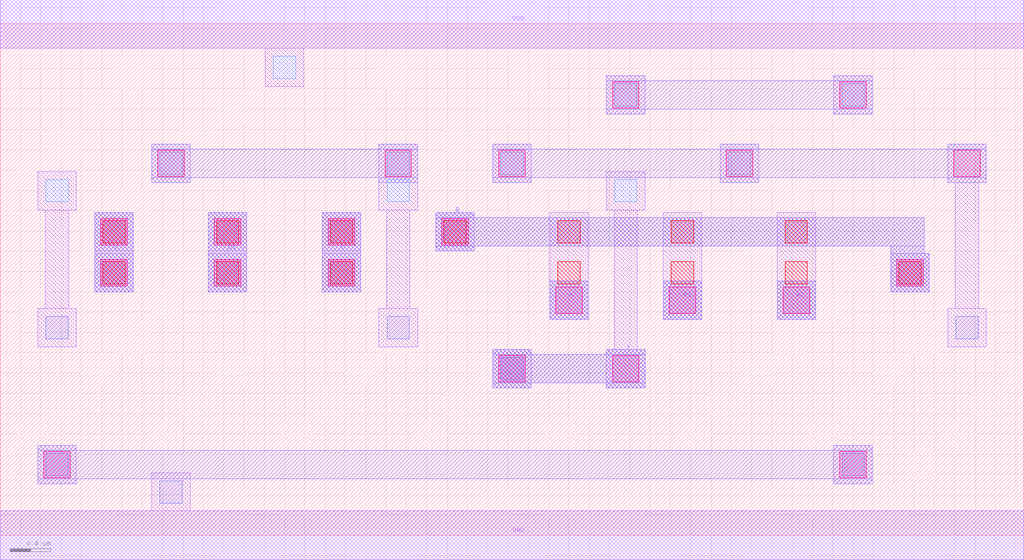
<source format=lef>
MACRO AOAAOI3112
 CLASS CORE ;
 FOREIGN AOAAOI3112 0 0 ;
 SIZE 10.08 BY 5.04 ;
 ORIGIN 0 0 ;
 SYMMETRY X Y R90 ;
 SITE unit ;
  PIN VDD
   DIRECTION INOUT ;
   USE POWER ;
   SHAPE ABUTMENT ;
    PORT
     CLASS CORE ;
       LAYER met1 ;
        RECT 0.00000000 4.80000000 10.08000000 5.28000000 ;
    END
  END VDD

  PIN GND
   DIRECTION INOUT ;
   USE POWER ;
   SHAPE ABUTMENT ;
    PORT
     CLASS CORE ;
       LAYER met1 ;
        RECT 0.00000000 -0.24000000 10.08000000 0.24000000 ;
    END
  END GND

  PIN Y
   DIRECTION INOUT ;
   USE SIGNAL ;
   SHAPE ABUTMENT ;
    PORT
     CLASS CORE ;
       LAYER met2 ;
        RECT 4.85000000 1.45200000 5.23000000 1.50200000 ;
        RECT 5.97000000 1.45200000 6.35000000 1.50200000 ;
        RECT 4.85000000 1.50200000 6.35000000 1.78200000 ;
        RECT 4.85000000 1.78200000 5.23000000 1.83200000 ;
        RECT 5.97000000 1.78200000 6.35000000 1.83200000 ;
    END
  END Y

  PIN D1
   DIRECTION INOUT ;
   USE SIGNAL ;
   SHAPE ABUTMENT ;
    PORT
     CLASS CORE ;
       LAYER met2 ;
        RECT 2.05000000 2.39700000 2.43000000 3.18200000 ;
    END
  END D1

  PIN B
   DIRECTION INOUT ;
   USE SIGNAL ;
   SHAPE ABUTMENT ;
    PORT
     CLASS CORE ;
       LAYER met2 ;
        RECT 8.77000000 2.39700000 9.15000000 2.77700000 ;
        RECT 4.29000000 2.80200000 4.67000000 2.85200000 ;
        RECT 8.77000000 2.77700000 9.10000000 2.85200000 ;
        RECT 4.29000000 2.85200000 9.10000000 3.13200000 ;
        RECT 4.29000000 3.13200000 4.67000000 3.18200000 ;
    END
  END B

  PIN A2
   DIRECTION INOUT ;
   USE SIGNAL ;
   SHAPE ABUTMENT ;
    PORT
     CLASS CORE ;
       LAYER met2 ;
        RECT 7.65000000 2.12700000 8.03000000 2.50700000 ;
    END
  END A2

  PIN A
   DIRECTION INOUT ;
   USE SIGNAL ;
   SHAPE ABUTMENT ;
    PORT
     CLASS CORE ;
       LAYER met2 ;
        RECT 5.41000000 2.12700000 5.79000000 2.50700000 ;
    END
  END A

  PIN D
   DIRECTION INOUT ;
   USE SIGNAL ;
   SHAPE ABUTMENT ;
    PORT
     CLASS CORE ;
       LAYER met2 ;
        RECT 3.17000000 2.39700000 3.55000000 3.18200000 ;
    END
  END D

  PIN C
   DIRECTION INOUT ;
   USE SIGNAL ;
   SHAPE ABUTMENT ;
    PORT
     CLASS CORE ;
       LAYER met2 ;
        RECT 0.93000000 2.39700000 1.31000000 3.18200000 ;
    END
  END C

  PIN A1
   DIRECTION INOUT ;
   USE SIGNAL ;
   SHAPE ABUTMENT ;
    PORT
     CLASS CORE ;
       LAYER met2 ;
        RECT 6.53000000 2.12700000 6.91000000 2.50700000 ;
    END
  END A1

 OBS
    LAYER polycont ;
     RECT 1.01000000 2.47700000 1.23000000 2.69700000 ;
     RECT 2.13000000 2.47700000 2.35000000 2.69700000 ;
     RECT 3.25000000 2.47700000 3.47000000 2.69700000 ;
     RECT 5.49000000 2.47700000 5.71000000 2.69700000 ;
     RECT 6.61000000 2.47700000 6.83000000 2.69700000 ;
     RECT 7.73000000 2.47700000 7.95000000 2.69700000 ;
     RECT 8.85000000 2.47700000 9.07000000 2.69700000 ;
     RECT 1.01000000 2.88200000 1.23000000 3.10200000 ;
     RECT 2.13000000 2.88200000 2.35000000 3.10200000 ;
     RECT 3.25000000 2.88200000 3.47000000 3.10200000 ;
     RECT 4.37000000 2.88200000 4.59000000 3.10200000 ;
     RECT 5.49000000 2.88200000 5.71000000 3.10200000 ;
     RECT 6.61000000 2.88200000 6.83000000 3.10200000 ;
     RECT 7.73000000 2.88200000 7.95000000 3.10200000 ;

    LAYER pdiffc ;
     RECT 0.45000000 3.28700000 0.67000000 3.50700000 ;
     RECT 3.81000000 3.28700000 4.03000000 3.50700000 ;
     RECT 6.05000000 3.28700000 6.27000000 3.50700000 ;
     RECT 1.57000000 3.55700000 1.79000000 3.77700000 ;
     RECT 3.81000000 3.55700000 4.03000000 3.77700000 ;
     RECT 4.93000000 3.55700000 5.15000000 3.77700000 ;
     RECT 7.17000000 3.55700000 7.39000000 3.77700000 ;
     RECT 6.05000000 4.23200000 6.27000000 4.45200000 ;
     RECT 8.29000000 4.23200000 8.51000000 4.45200000 ;
     RECT 2.69000000 4.50200000 2.91000000 4.72200000 ;

    LAYER ndiffc ;
     RECT 1.57000000 0.31700000 1.79000000 0.53700000 ;
     RECT 0.45000000 0.58700000 0.67000000 0.80700000 ;
     RECT 8.29000000 0.58700000 8.51000000 0.80700000 ;
     RECT 4.93000000 1.53200000 5.15000000 1.75200000 ;
     RECT 0.45000000 1.93700000 0.67000000 2.15700000 ;
     RECT 3.81000000 1.93700000 4.03000000 2.15700000 ;
     RECT 9.41000000 1.93700000 9.63000000 2.15700000 ;

    LAYER met1 ;
     RECT 0.00000000 -0.24000000 10.08000000 0.24000000 ;
     RECT 1.49000000 0.24000000 1.87000000 0.61700000 ;
     RECT 0.37000000 0.50700000 0.75000000 0.88700000 ;
     RECT 8.21000000 0.50700000 8.59000000 0.88700000 ;
     RECT 4.85000000 1.45200000 5.23000000 1.83200000 ;
     RECT 0.93000000 2.39700000 1.31000000 2.77700000 ;
     RECT 2.05000000 2.39700000 2.43000000 2.77700000 ;
     RECT 3.17000000 2.39700000 3.55000000 2.77700000 ;
     RECT 8.77000000 2.39700000 9.15000000 2.77700000 ;
     RECT 0.93000000 2.80200000 1.31000000 3.18200000 ;
     RECT 2.05000000 2.80200000 2.43000000 3.18200000 ;
     RECT 3.17000000 2.80200000 3.55000000 3.18200000 ;
     RECT 4.29000000 2.80200000 4.67000000 3.18200000 ;
     RECT 5.41000000 2.12700000 5.79000000 3.18200000 ;
     RECT 6.53000000 2.12700000 6.91000000 3.18200000 ;
     RECT 7.65000000 2.12700000 8.03000000 3.18200000 ;
     RECT 0.37000000 1.85700000 0.75000000 2.23700000 ;
     RECT 0.44500000 2.23700000 0.67500000 3.20700000 ;
     RECT 0.37000000 3.20700000 0.75000000 3.58700000 ;
     RECT 5.97000000 1.45200000 6.35000000 1.83200000 ;
     RECT 6.04500000 1.83200000 6.27500000 3.20700000 ;
     RECT 5.97000000 3.20700000 6.35000000 3.58700000 ;
     RECT 1.49000000 3.47700000 1.87000000 3.85700000 ;
     RECT 3.73000000 1.85700000 4.11000000 2.23700000 ;
     RECT 3.80500000 2.23700000 4.03500000 3.20700000 ;
     RECT 3.73000000 3.20700000 4.11000000 3.85700000 ;
     RECT 4.85000000 3.47700000 5.23000000 3.85700000 ;
     RECT 7.09000000 3.47700000 7.47000000 3.85700000 ;
     RECT 9.33000000 1.85700000 9.71000000 2.23700000 ;
     RECT 9.40500000 2.23700000 9.63500000 3.47700000 ;
     RECT 9.33000000 3.47700000 9.71000000 3.85700000 ;
     RECT 5.97000000 4.15200000 6.35000000 4.53200000 ;
     RECT 8.21000000 4.15200000 8.59000000 4.53200000 ;
     RECT 2.61000000 4.42200000 2.99000000 4.80000000 ;
     RECT 0.00000000 4.80000000 10.08000000 5.28000000 ;

    LAYER via1 ;
     RECT 0.43000000 0.56700000 0.69000000 0.82700000 ;
     RECT 8.27000000 0.56700000 8.53000000 0.82700000 ;
     RECT 4.91000000 1.51200000 5.17000000 1.77200000 ;
     RECT 6.03000000 1.51200000 6.29000000 1.77200000 ;
     RECT 5.47000000 2.18700000 5.73000000 2.44700000 ;
     RECT 6.59000000 2.18700000 6.85000000 2.44700000 ;
     RECT 7.71000000 2.18700000 7.97000000 2.44700000 ;
     RECT 0.99000000 2.45700000 1.25000000 2.71700000 ;
     RECT 2.11000000 2.45700000 2.37000000 2.71700000 ;
     RECT 3.23000000 2.45700000 3.49000000 2.71700000 ;
     RECT 8.83000000 2.45700000 9.09000000 2.71700000 ;
     RECT 0.99000000 2.86200000 1.25000000 3.12200000 ;
     RECT 2.11000000 2.86200000 2.37000000 3.12200000 ;
     RECT 3.23000000 2.86200000 3.49000000 3.12200000 ;
     RECT 4.35000000 2.86200000 4.61000000 3.12200000 ;
     RECT 1.55000000 3.53700000 1.81000000 3.79700000 ;
     RECT 3.79000000 3.53700000 4.05000000 3.79700000 ;
     RECT 4.91000000 3.53700000 5.17000000 3.79700000 ;
     RECT 7.15000000 3.53700000 7.41000000 3.79700000 ;
     RECT 9.39000000 3.53700000 9.65000000 3.79700000 ;
     RECT 6.03000000 4.21200000 6.29000000 4.47200000 ;
     RECT 8.27000000 4.21200000 8.53000000 4.47200000 ;

    LAYER met2 ;
     RECT 0.37000000 0.50700000 0.75000000 0.55700000 ;
     RECT 8.21000000 0.50700000 8.59000000 0.55700000 ;
     RECT 0.37000000 0.55700000 8.59000000 0.83700000 ;
     RECT 0.37000000 0.83700000 0.75000000 0.88700000 ;
     RECT 8.21000000 0.83700000 8.59000000 0.88700000 ;
     RECT 4.85000000 1.45200000 5.23000000 1.50200000 ;
     RECT 5.97000000 1.45200000 6.35000000 1.50200000 ;
     RECT 4.85000000 1.50200000 6.35000000 1.78200000 ;
     RECT 4.85000000 1.78200000 5.23000000 1.83200000 ;
     RECT 5.97000000 1.78200000 6.35000000 1.83200000 ;
     RECT 5.41000000 2.12700000 5.79000000 2.50700000 ;
     RECT 6.53000000 2.12700000 6.91000000 2.50700000 ;
     RECT 7.65000000 2.12700000 8.03000000 2.50700000 ;
     RECT 0.93000000 2.39700000 1.31000000 3.18200000 ;
     RECT 2.05000000 2.39700000 2.43000000 3.18200000 ;
     RECT 3.17000000 2.39700000 3.55000000 3.18200000 ;
     RECT 8.77000000 2.39700000 9.15000000 2.77700000 ;
     RECT 4.29000000 2.80200000 4.67000000 2.85200000 ;
     RECT 8.77000000 2.77700000 9.10000000 2.85200000 ;
     RECT 4.29000000 2.85200000 9.10000000 3.13200000 ;
     RECT 4.29000000 3.13200000 4.67000000 3.18200000 ;
     RECT 1.49000000 3.47700000 1.87000000 3.52700000 ;
     RECT 3.73000000 3.47700000 4.11000000 3.52700000 ;
     RECT 1.49000000 3.52700000 4.11000000 3.80700000 ;
     RECT 1.49000000 3.80700000 1.87000000 3.85700000 ;
     RECT 3.73000000 3.80700000 4.11000000 3.85700000 ;
     RECT 4.85000000 3.47700000 5.23000000 3.52700000 ;
     RECT 7.09000000 3.47700000 7.47000000 3.52700000 ;
     RECT 9.33000000 3.47700000 9.71000000 3.52700000 ;
     RECT 4.85000000 3.52700000 9.71000000 3.80700000 ;
     RECT 4.85000000 3.80700000 5.23000000 3.85700000 ;
     RECT 7.09000000 3.80700000 7.47000000 3.85700000 ;
     RECT 9.33000000 3.80700000 9.71000000 3.85700000 ;
     RECT 5.97000000 4.15200000 6.35000000 4.20200000 ;
     RECT 8.21000000 4.15200000 8.59000000 4.20200000 ;
     RECT 5.97000000 4.20200000 8.59000000 4.48200000 ;
     RECT 5.97000000 4.48200000 6.35000000 4.53200000 ;
     RECT 8.21000000 4.48200000 8.59000000 4.53200000 ;

 END
END AOAAOI3112

</source>
